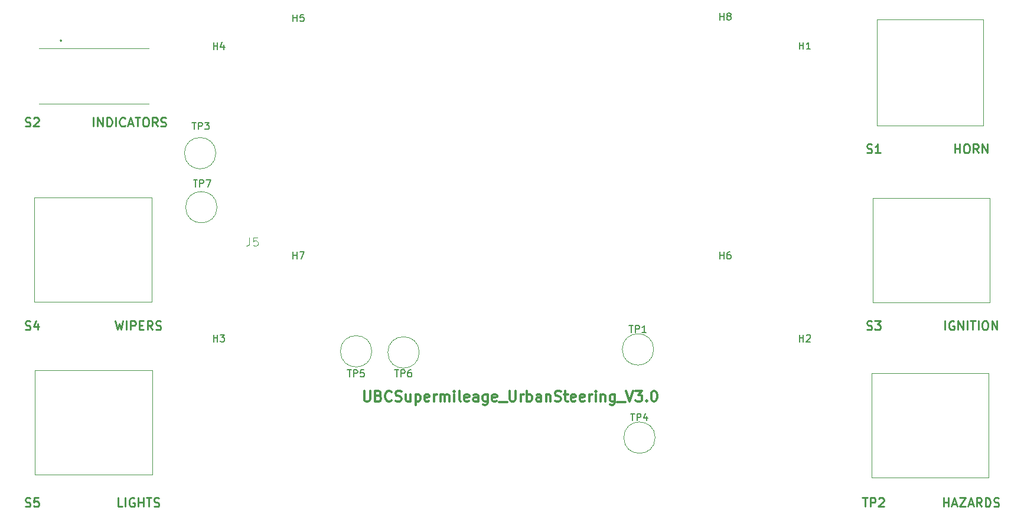
<source format=gto>
G04 #@! TF.GenerationSoftware,KiCad,Pcbnew,(5.1.9-0-10_14)*
G04 #@! TF.CreationDate,2021-01-20T12:56:53-08:00*
G04 #@! TF.ProjectId,UrbanSteering,55726261-6e53-4746-9565-72696e672e6b,rev?*
G04 #@! TF.SameCoordinates,Original*
G04 #@! TF.FileFunction,Legend,Top*
G04 #@! TF.FilePolarity,Positive*
%FSLAX46Y46*%
G04 Gerber Fmt 4.6, Leading zero omitted, Abs format (unit mm)*
G04 Created by KiCad (PCBNEW (5.1.9-0-10_14)) date 2021-01-20 12:56:53*
%MOMM*%
%LPD*%
G01*
G04 APERTURE LIST*
%ADD10C,0.300000*%
%ADD11C,0.120000*%
%ADD12C,0.100000*%
%ADD13C,0.200000*%
%ADD14C,0.254000*%
%ADD15C,0.150000*%
%ADD16C,0.096520*%
G04 APERTURE END LIST*
D10*
X132705714Y-113478571D02*
X132705714Y-114692857D01*
X132777142Y-114835714D01*
X132848571Y-114907142D01*
X132991428Y-114978571D01*
X133277142Y-114978571D01*
X133420000Y-114907142D01*
X133491428Y-114835714D01*
X133562857Y-114692857D01*
X133562857Y-113478571D01*
X134777142Y-114192857D02*
X134991428Y-114264285D01*
X135062857Y-114335714D01*
X135134285Y-114478571D01*
X135134285Y-114692857D01*
X135062857Y-114835714D01*
X134991428Y-114907142D01*
X134848571Y-114978571D01*
X134277142Y-114978571D01*
X134277142Y-113478571D01*
X134777142Y-113478571D01*
X134920000Y-113550000D01*
X134991428Y-113621428D01*
X135062857Y-113764285D01*
X135062857Y-113907142D01*
X134991428Y-114050000D01*
X134920000Y-114121428D01*
X134777142Y-114192857D01*
X134277142Y-114192857D01*
X136634285Y-114835714D02*
X136562857Y-114907142D01*
X136348571Y-114978571D01*
X136205714Y-114978571D01*
X135991428Y-114907142D01*
X135848571Y-114764285D01*
X135777142Y-114621428D01*
X135705714Y-114335714D01*
X135705714Y-114121428D01*
X135777142Y-113835714D01*
X135848571Y-113692857D01*
X135991428Y-113550000D01*
X136205714Y-113478571D01*
X136348571Y-113478571D01*
X136562857Y-113550000D01*
X136634285Y-113621428D01*
X137205714Y-114907142D02*
X137420000Y-114978571D01*
X137777142Y-114978571D01*
X137920000Y-114907142D01*
X137991428Y-114835714D01*
X138062857Y-114692857D01*
X138062857Y-114550000D01*
X137991428Y-114407142D01*
X137920000Y-114335714D01*
X137777142Y-114264285D01*
X137491428Y-114192857D01*
X137348571Y-114121428D01*
X137277142Y-114050000D01*
X137205714Y-113907142D01*
X137205714Y-113764285D01*
X137277142Y-113621428D01*
X137348571Y-113550000D01*
X137491428Y-113478571D01*
X137848571Y-113478571D01*
X138062857Y-113550000D01*
X139348571Y-113978571D02*
X139348571Y-114978571D01*
X138705714Y-113978571D02*
X138705714Y-114764285D01*
X138777142Y-114907142D01*
X138920000Y-114978571D01*
X139134285Y-114978571D01*
X139277142Y-114907142D01*
X139348571Y-114835714D01*
X140062857Y-113978571D02*
X140062857Y-115478571D01*
X140062857Y-114050000D02*
X140205714Y-113978571D01*
X140491428Y-113978571D01*
X140634285Y-114050000D01*
X140705714Y-114121428D01*
X140777142Y-114264285D01*
X140777142Y-114692857D01*
X140705714Y-114835714D01*
X140634285Y-114907142D01*
X140491428Y-114978571D01*
X140205714Y-114978571D01*
X140062857Y-114907142D01*
X141991428Y-114907142D02*
X141848571Y-114978571D01*
X141562857Y-114978571D01*
X141420000Y-114907142D01*
X141348571Y-114764285D01*
X141348571Y-114192857D01*
X141420000Y-114050000D01*
X141562857Y-113978571D01*
X141848571Y-113978571D01*
X141991428Y-114050000D01*
X142062857Y-114192857D01*
X142062857Y-114335714D01*
X141348571Y-114478571D01*
X142705714Y-114978571D02*
X142705714Y-113978571D01*
X142705714Y-114264285D02*
X142777142Y-114121428D01*
X142848571Y-114050000D01*
X142991428Y-113978571D01*
X143134285Y-113978571D01*
X143634285Y-114978571D02*
X143634285Y-113978571D01*
X143634285Y-114121428D02*
X143705714Y-114050000D01*
X143848571Y-113978571D01*
X144062857Y-113978571D01*
X144205714Y-114050000D01*
X144277142Y-114192857D01*
X144277142Y-114978571D01*
X144277142Y-114192857D02*
X144348571Y-114050000D01*
X144491428Y-113978571D01*
X144705714Y-113978571D01*
X144848571Y-114050000D01*
X144920000Y-114192857D01*
X144920000Y-114978571D01*
X145634285Y-114978571D02*
X145634285Y-113978571D01*
X145634285Y-113478571D02*
X145562857Y-113550000D01*
X145634285Y-113621428D01*
X145705714Y-113550000D01*
X145634285Y-113478571D01*
X145634285Y-113621428D01*
X146562857Y-114978571D02*
X146420000Y-114907142D01*
X146348571Y-114764285D01*
X146348571Y-113478571D01*
X147705714Y-114907142D02*
X147562857Y-114978571D01*
X147277142Y-114978571D01*
X147134285Y-114907142D01*
X147062857Y-114764285D01*
X147062857Y-114192857D01*
X147134285Y-114050000D01*
X147277142Y-113978571D01*
X147562857Y-113978571D01*
X147705714Y-114050000D01*
X147777142Y-114192857D01*
X147777142Y-114335714D01*
X147062857Y-114478571D01*
X149062857Y-114978571D02*
X149062857Y-114192857D01*
X148991428Y-114050000D01*
X148848571Y-113978571D01*
X148562857Y-113978571D01*
X148420000Y-114050000D01*
X149062857Y-114907142D02*
X148920000Y-114978571D01*
X148562857Y-114978571D01*
X148420000Y-114907142D01*
X148348571Y-114764285D01*
X148348571Y-114621428D01*
X148420000Y-114478571D01*
X148562857Y-114407142D01*
X148920000Y-114407142D01*
X149062857Y-114335714D01*
X150420000Y-113978571D02*
X150420000Y-115192857D01*
X150348571Y-115335714D01*
X150277142Y-115407142D01*
X150134285Y-115478571D01*
X149920000Y-115478571D01*
X149777142Y-115407142D01*
X150420000Y-114907142D02*
X150277142Y-114978571D01*
X149991428Y-114978571D01*
X149848571Y-114907142D01*
X149777142Y-114835714D01*
X149705714Y-114692857D01*
X149705714Y-114264285D01*
X149777142Y-114121428D01*
X149848571Y-114050000D01*
X149991428Y-113978571D01*
X150277142Y-113978571D01*
X150420000Y-114050000D01*
X151705714Y-114907142D02*
X151562857Y-114978571D01*
X151277142Y-114978571D01*
X151134285Y-114907142D01*
X151062857Y-114764285D01*
X151062857Y-114192857D01*
X151134285Y-114050000D01*
X151277142Y-113978571D01*
X151562857Y-113978571D01*
X151705714Y-114050000D01*
X151777142Y-114192857D01*
X151777142Y-114335714D01*
X151062857Y-114478571D01*
X152062857Y-115121428D02*
X153205714Y-115121428D01*
X153562857Y-113478571D02*
X153562857Y-114692857D01*
X153634285Y-114835714D01*
X153705714Y-114907142D01*
X153848571Y-114978571D01*
X154134285Y-114978571D01*
X154277142Y-114907142D01*
X154348571Y-114835714D01*
X154420000Y-114692857D01*
X154420000Y-113478571D01*
X155134285Y-114978571D02*
X155134285Y-113978571D01*
X155134285Y-114264285D02*
X155205714Y-114121428D01*
X155277142Y-114050000D01*
X155420000Y-113978571D01*
X155562857Y-113978571D01*
X156062857Y-114978571D02*
X156062857Y-113478571D01*
X156062857Y-114050000D02*
X156205714Y-113978571D01*
X156491428Y-113978571D01*
X156634285Y-114050000D01*
X156705714Y-114121428D01*
X156777142Y-114264285D01*
X156777142Y-114692857D01*
X156705714Y-114835714D01*
X156634285Y-114907142D01*
X156491428Y-114978571D01*
X156205714Y-114978571D01*
X156062857Y-114907142D01*
X158062857Y-114978571D02*
X158062857Y-114192857D01*
X157991428Y-114050000D01*
X157848571Y-113978571D01*
X157562857Y-113978571D01*
X157420000Y-114050000D01*
X158062857Y-114907142D02*
X157920000Y-114978571D01*
X157562857Y-114978571D01*
X157420000Y-114907142D01*
X157348571Y-114764285D01*
X157348571Y-114621428D01*
X157420000Y-114478571D01*
X157562857Y-114407142D01*
X157920000Y-114407142D01*
X158062857Y-114335714D01*
X158777142Y-113978571D02*
X158777142Y-114978571D01*
X158777142Y-114121428D02*
X158848571Y-114050000D01*
X158991428Y-113978571D01*
X159205714Y-113978571D01*
X159348571Y-114050000D01*
X159420000Y-114192857D01*
X159420000Y-114978571D01*
X160062857Y-114907142D02*
X160277142Y-114978571D01*
X160634285Y-114978571D01*
X160777142Y-114907142D01*
X160848571Y-114835714D01*
X160920000Y-114692857D01*
X160920000Y-114550000D01*
X160848571Y-114407142D01*
X160777142Y-114335714D01*
X160634285Y-114264285D01*
X160348571Y-114192857D01*
X160205714Y-114121428D01*
X160134285Y-114050000D01*
X160062857Y-113907142D01*
X160062857Y-113764285D01*
X160134285Y-113621428D01*
X160205714Y-113550000D01*
X160348571Y-113478571D01*
X160705714Y-113478571D01*
X160920000Y-113550000D01*
X161348571Y-113978571D02*
X161920000Y-113978571D01*
X161562857Y-113478571D02*
X161562857Y-114764285D01*
X161634285Y-114907142D01*
X161777142Y-114978571D01*
X161920000Y-114978571D01*
X162991428Y-114907142D02*
X162848571Y-114978571D01*
X162562857Y-114978571D01*
X162420000Y-114907142D01*
X162348571Y-114764285D01*
X162348571Y-114192857D01*
X162420000Y-114050000D01*
X162562857Y-113978571D01*
X162848571Y-113978571D01*
X162991428Y-114050000D01*
X163062857Y-114192857D01*
X163062857Y-114335714D01*
X162348571Y-114478571D01*
X164277142Y-114907142D02*
X164134285Y-114978571D01*
X163848571Y-114978571D01*
X163705714Y-114907142D01*
X163634285Y-114764285D01*
X163634285Y-114192857D01*
X163705714Y-114050000D01*
X163848571Y-113978571D01*
X164134285Y-113978571D01*
X164277142Y-114050000D01*
X164348571Y-114192857D01*
X164348571Y-114335714D01*
X163634285Y-114478571D01*
X164991428Y-114978571D02*
X164991428Y-113978571D01*
X164991428Y-114264285D02*
X165062857Y-114121428D01*
X165134285Y-114050000D01*
X165277142Y-113978571D01*
X165420000Y-113978571D01*
X165920000Y-114978571D02*
X165920000Y-113978571D01*
X165920000Y-113478571D02*
X165848571Y-113550000D01*
X165920000Y-113621428D01*
X165991428Y-113550000D01*
X165920000Y-113478571D01*
X165920000Y-113621428D01*
X166634285Y-113978571D02*
X166634285Y-114978571D01*
X166634285Y-114121428D02*
X166705714Y-114050000D01*
X166848571Y-113978571D01*
X167062857Y-113978571D01*
X167205714Y-114050000D01*
X167277142Y-114192857D01*
X167277142Y-114978571D01*
X168634285Y-113978571D02*
X168634285Y-115192857D01*
X168562857Y-115335714D01*
X168491428Y-115407142D01*
X168348571Y-115478571D01*
X168134285Y-115478571D01*
X167991428Y-115407142D01*
X168634285Y-114907142D02*
X168491428Y-114978571D01*
X168205714Y-114978571D01*
X168062857Y-114907142D01*
X167991428Y-114835714D01*
X167920000Y-114692857D01*
X167920000Y-114264285D01*
X167991428Y-114121428D01*
X168062857Y-114050000D01*
X168205714Y-113978571D01*
X168491428Y-113978571D01*
X168634285Y-114050000D01*
X168991428Y-115121428D02*
X170134285Y-115121428D01*
X170277142Y-113478571D02*
X170777142Y-114978571D01*
X171277142Y-113478571D01*
X171634285Y-113478571D02*
X172562857Y-113478571D01*
X172062857Y-114050000D01*
X172277142Y-114050000D01*
X172420000Y-114121428D01*
X172491428Y-114192857D01*
X172562857Y-114335714D01*
X172562857Y-114692857D01*
X172491428Y-114835714D01*
X172420000Y-114907142D01*
X172277142Y-114978571D01*
X171848571Y-114978571D01*
X171705714Y-114907142D01*
X171634285Y-114835714D01*
X173205714Y-114835714D02*
X173277142Y-114907142D01*
X173205714Y-114978571D01*
X173134285Y-114907142D01*
X173205714Y-114835714D01*
X173205714Y-114978571D01*
X174205714Y-113478571D02*
X174348571Y-113478571D01*
X174491428Y-113550000D01*
X174562857Y-113621428D01*
X174634285Y-113764285D01*
X174705714Y-114050000D01*
X174705714Y-114407142D01*
X174634285Y-114692857D01*
X174562857Y-114835714D01*
X174491428Y-114907142D01*
X174348571Y-114978571D01*
X174205714Y-114978571D01*
X174062857Y-114907142D01*
X173991428Y-114835714D01*
X173920000Y-114692857D01*
X173848571Y-114407142D01*
X173848571Y-114050000D01*
X173920000Y-113764285D01*
X173991428Y-113621428D01*
X174062857Y-113550000D01*
X174205714Y-113478571D01*
D11*
X206189580Y-60152280D02*
X206189580Y-75392280D01*
X206189580Y-75392280D02*
X221429580Y-75392280D01*
X221429580Y-75392280D02*
X221429580Y-60152280D01*
X221429580Y-60152280D02*
X206189580Y-60152280D01*
X205445360Y-110940820D02*
X205445360Y-125940820D01*
X205445360Y-125940820D02*
X222245360Y-125940820D01*
X222245360Y-125940820D02*
X222245360Y-110940820D01*
X222245360Y-110940820D02*
X205445360Y-110940820D01*
X102306120Y-125502700D02*
X102306120Y-110502700D01*
X102306120Y-110502700D02*
X85506120Y-110502700D01*
X85506120Y-110502700D02*
X85506120Y-125502700D01*
X85506120Y-125502700D02*
X102306120Y-125502700D01*
X102229920Y-100666580D02*
X102229920Y-85666580D01*
X102229920Y-85666580D02*
X85429920Y-85666580D01*
X85429920Y-85666580D02*
X85429920Y-100666580D01*
X85429920Y-100666580D02*
X102229920Y-100666580D01*
X205595220Y-85751640D02*
X205595220Y-100751640D01*
X205595220Y-100751640D02*
X222395220Y-100751640D01*
X222395220Y-100751640D02*
X222395220Y-85751640D01*
X222395220Y-85751640D02*
X205595220Y-85751640D01*
X111442060Y-79344520D02*
G75*
G03*
X111442060Y-79344520I-2250000J0D01*
G01*
X111607160Y-87101680D02*
G75*
G03*
X111607160Y-87101680I-2250000J0D01*
G01*
X133806760Y-107792520D02*
G75*
G03*
X133806760Y-107792520I-2250000J0D01*
G01*
X140601260Y-107955080D02*
G75*
G03*
X140601260Y-107955080I-2250000J0D01*
G01*
X174428980Y-120192800D02*
G75*
G03*
X174428980Y-120192800I-2250000J0D01*
G01*
X174214000Y-107524000D02*
G75*
G03*
X174214000Y-107524000I-2250000J0D01*
G01*
D12*
X101853060Y-64249800D02*
X86053060Y-64249800D01*
X101853060Y-72249800D02*
X86053060Y-72249800D01*
D13*
X89253060Y-63249800D02*
X89253060Y-63249800D01*
X89253060Y-63049800D02*
X89253060Y-63049800D01*
X89253060Y-63249800D02*
G75*
G02*
X89253060Y-63049800I0J100000D01*
G01*
X89253060Y-63049800D02*
G75*
G02*
X89253060Y-63249800I0J-100000D01*
G01*
D14*
X204772380Y-79254047D02*
X204953809Y-79314523D01*
X205256190Y-79314523D01*
X205377142Y-79254047D01*
X205437619Y-79193571D01*
X205498095Y-79072619D01*
X205498095Y-78951666D01*
X205437619Y-78830714D01*
X205377142Y-78770238D01*
X205256190Y-78709761D01*
X205014285Y-78649285D01*
X204893333Y-78588809D01*
X204832857Y-78528333D01*
X204772380Y-78407380D01*
X204772380Y-78286428D01*
X204832857Y-78165476D01*
X204893333Y-78105000D01*
X205014285Y-78044523D01*
X205316666Y-78044523D01*
X205498095Y-78105000D01*
X206707619Y-79314523D02*
X205981904Y-79314523D01*
X206344761Y-79314523D02*
X206344761Y-78044523D01*
X206223809Y-78225952D01*
X206102857Y-78346904D01*
X205981904Y-78407380D01*
X217381666Y-79314523D02*
X217381666Y-78044523D01*
X217381666Y-78649285D02*
X218107380Y-78649285D01*
X218107380Y-79314523D02*
X218107380Y-78044523D01*
X218954047Y-78044523D02*
X219195952Y-78044523D01*
X219316904Y-78105000D01*
X219437857Y-78225952D01*
X219498333Y-78467857D01*
X219498333Y-78891190D01*
X219437857Y-79133095D01*
X219316904Y-79254047D01*
X219195952Y-79314523D01*
X218954047Y-79314523D01*
X218833095Y-79254047D01*
X218712142Y-79133095D01*
X218651666Y-78891190D01*
X218651666Y-78467857D01*
X218712142Y-78225952D01*
X218833095Y-78105000D01*
X218954047Y-78044523D01*
X220768333Y-79314523D02*
X220345000Y-78709761D01*
X220042619Y-79314523D02*
X220042619Y-78044523D01*
X220526428Y-78044523D01*
X220647380Y-78105000D01*
X220707857Y-78165476D01*
X220768333Y-78286428D01*
X220768333Y-78467857D01*
X220707857Y-78588809D01*
X220647380Y-78649285D01*
X220526428Y-78709761D01*
X220042619Y-78709761D01*
X221312619Y-79314523D02*
X221312619Y-78044523D01*
X222038333Y-79314523D01*
X222038333Y-78044523D01*
X204137380Y-128844523D02*
X204863095Y-128844523D01*
X204500238Y-130114523D02*
X204500238Y-128844523D01*
X205286428Y-130114523D02*
X205286428Y-128844523D01*
X205770238Y-128844523D01*
X205891190Y-128905000D01*
X205951666Y-128965476D01*
X206012142Y-129086428D01*
X206012142Y-129267857D01*
X205951666Y-129388809D01*
X205891190Y-129449285D01*
X205770238Y-129509761D01*
X205286428Y-129509761D01*
X206495952Y-128965476D02*
X206556428Y-128905000D01*
X206677380Y-128844523D01*
X206979761Y-128844523D01*
X207100714Y-128905000D01*
X207161190Y-128965476D01*
X207221666Y-129086428D01*
X207221666Y-129207380D01*
X207161190Y-129388809D01*
X206435476Y-130114523D01*
X207221666Y-130114523D01*
X215779047Y-130114523D02*
X215779047Y-128844523D01*
X215779047Y-129449285D02*
X216504761Y-129449285D01*
X216504761Y-130114523D02*
X216504761Y-128844523D01*
X217049047Y-129751666D02*
X217653809Y-129751666D01*
X216928095Y-130114523D02*
X217351428Y-128844523D01*
X217774761Y-130114523D01*
X218077142Y-128844523D02*
X218923809Y-128844523D01*
X218077142Y-130114523D01*
X218923809Y-130114523D01*
X219347142Y-129751666D02*
X219951904Y-129751666D01*
X219226190Y-130114523D02*
X219649523Y-128844523D01*
X220072857Y-130114523D01*
X221221904Y-130114523D02*
X220798571Y-129509761D01*
X220496190Y-130114523D02*
X220496190Y-128844523D01*
X220980000Y-128844523D01*
X221100952Y-128905000D01*
X221161428Y-128965476D01*
X221221904Y-129086428D01*
X221221904Y-129267857D01*
X221161428Y-129388809D01*
X221100952Y-129449285D01*
X220980000Y-129509761D01*
X220496190Y-129509761D01*
X221766190Y-130114523D02*
X221766190Y-128844523D01*
X222068571Y-128844523D01*
X222250000Y-128905000D01*
X222370952Y-129025952D01*
X222431428Y-129146904D01*
X222491904Y-129388809D01*
X222491904Y-129570238D01*
X222431428Y-129812142D01*
X222370952Y-129933095D01*
X222250000Y-130054047D01*
X222068571Y-130114523D01*
X221766190Y-130114523D01*
X222975714Y-130054047D02*
X223157142Y-130114523D01*
X223459523Y-130114523D01*
X223580476Y-130054047D01*
X223640952Y-129993571D01*
X223701428Y-129872619D01*
X223701428Y-129751666D01*
X223640952Y-129630714D01*
X223580476Y-129570238D01*
X223459523Y-129509761D01*
X223217619Y-129449285D01*
X223096666Y-129388809D01*
X223036190Y-129328333D01*
X222975714Y-129207380D01*
X222975714Y-129086428D01*
X223036190Y-128965476D01*
X223096666Y-128905000D01*
X223217619Y-128844523D01*
X223520000Y-128844523D01*
X223701428Y-128905000D01*
X84122380Y-130054047D02*
X84303809Y-130114523D01*
X84606190Y-130114523D01*
X84727142Y-130054047D01*
X84787619Y-129993571D01*
X84848095Y-129872619D01*
X84848095Y-129751666D01*
X84787619Y-129630714D01*
X84727142Y-129570238D01*
X84606190Y-129509761D01*
X84364285Y-129449285D01*
X84243333Y-129388809D01*
X84182857Y-129328333D01*
X84122380Y-129207380D01*
X84122380Y-129086428D01*
X84182857Y-128965476D01*
X84243333Y-128905000D01*
X84364285Y-128844523D01*
X84666666Y-128844523D01*
X84848095Y-128905000D01*
X85997142Y-128844523D02*
X85392380Y-128844523D01*
X85331904Y-129449285D01*
X85392380Y-129388809D01*
X85513333Y-129328333D01*
X85815714Y-129328333D01*
X85936666Y-129388809D01*
X85997142Y-129449285D01*
X86057619Y-129570238D01*
X86057619Y-129872619D01*
X85997142Y-129993571D01*
X85936666Y-130054047D01*
X85815714Y-130114523D01*
X85513333Y-130114523D01*
X85392380Y-130054047D01*
X85331904Y-129993571D01*
X98031904Y-130114523D02*
X97427142Y-130114523D01*
X97427142Y-128844523D01*
X98455238Y-130114523D02*
X98455238Y-128844523D01*
X99725238Y-128905000D02*
X99604285Y-128844523D01*
X99422857Y-128844523D01*
X99241428Y-128905000D01*
X99120476Y-129025952D01*
X99060000Y-129146904D01*
X98999523Y-129388809D01*
X98999523Y-129570238D01*
X99060000Y-129812142D01*
X99120476Y-129933095D01*
X99241428Y-130054047D01*
X99422857Y-130114523D01*
X99543809Y-130114523D01*
X99725238Y-130054047D01*
X99785714Y-129993571D01*
X99785714Y-129570238D01*
X99543809Y-129570238D01*
X100330000Y-130114523D02*
X100330000Y-128844523D01*
X100330000Y-129449285D02*
X101055714Y-129449285D01*
X101055714Y-130114523D02*
X101055714Y-128844523D01*
X101479047Y-128844523D02*
X102204761Y-128844523D01*
X101841904Y-130114523D02*
X101841904Y-128844523D01*
X102567619Y-130054047D02*
X102749047Y-130114523D01*
X103051428Y-130114523D01*
X103172380Y-130054047D01*
X103232857Y-129993571D01*
X103293333Y-129872619D01*
X103293333Y-129751666D01*
X103232857Y-129630714D01*
X103172380Y-129570238D01*
X103051428Y-129509761D01*
X102809523Y-129449285D01*
X102688571Y-129388809D01*
X102628095Y-129328333D01*
X102567619Y-129207380D01*
X102567619Y-129086428D01*
X102628095Y-128965476D01*
X102688571Y-128905000D01*
X102809523Y-128844523D01*
X103111904Y-128844523D01*
X103293333Y-128905000D01*
X84122380Y-104654047D02*
X84303809Y-104714523D01*
X84606190Y-104714523D01*
X84727142Y-104654047D01*
X84787619Y-104593571D01*
X84848095Y-104472619D01*
X84848095Y-104351666D01*
X84787619Y-104230714D01*
X84727142Y-104170238D01*
X84606190Y-104109761D01*
X84364285Y-104049285D01*
X84243333Y-103988809D01*
X84182857Y-103928333D01*
X84122380Y-103807380D01*
X84122380Y-103686428D01*
X84182857Y-103565476D01*
X84243333Y-103505000D01*
X84364285Y-103444523D01*
X84666666Y-103444523D01*
X84848095Y-103505000D01*
X85936666Y-103867857D02*
X85936666Y-104714523D01*
X85634285Y-103384047D02*
X85331904Y-104291190D01*
X86118095Y-104291190D01*
X97034047Y-103444523D02*
X97336428Y-104714523D01*
X97578333Y-103807380D01*
X97820238Y-104714523D01*
X98122619Y-103444523D01*
X98606428Y-104714523D02*
X98606428Y-103444523D01*
X99211190Y-104714523D02*
X99211190Y-103444523D01*
X99695000Y-103444523D01*
X99815952Y-103505000D01*
X99876428Y-103565476D01*
X99936904Y-103686428D01*
X99936904Y-103867857D01*
X99876428Y-103988809D01*
X99815952Y-104049285D01*
X99695000Y-104109761D01*
X99211190Y-104109761D01*
X100481190Y-104049285D02*
X100904523Y-104049285D01*
X101085952Y-104714523D02*
X100481190Y-104714523D01*
X100481190Y-103444523D01*
X101085952Y-103444523D01*
X102355952Y-104714523D02*
X101932619Y-104109761D01*
X101630238Y-104714523D02*
X101630238Y-103444523D01*
X102114047Y-103444523D01*
X102235000Y-103505000D01*
X102295476Y-103565476D01*
X102355952Y-103686428D01*
X102355952Y-103867857D01*
X102295476Y-103988809D01*
X102235000Y-104049285D01*
X102114047Y-104109761D01*
X101630238Y-104109761D01*
X102839761Y-104654047D02*
X103021190Y-104714523D01*
X103323571Y-104714523D01*
X103444523Y-104654047D01*
X103505000Y-104593571D01*
X103565476Y-104472619D01*
X103565476Y-104351666D01*
X103505000Y-104230714D01*
X103444523Y-104170238D01*
X103323571Y-104109761D01*
X103081666Y-104049285D01*
X102960714Y-103988809D01*
X102900238Y-103928333D01*
X102839761Y-103807380D01*
X102839761Y-103686428D01*
X102900238Y-103565476D01*
X102960714Y-103505000D01*
X103081666Y-103444523D01*
X103384047Y-103444523D01*
X103565476Y-103505000D01*
X204772380Y-104654047D02*
X204953809Y-104714523D01*
X205256190Y-104714523D01*
X205377142Y-104654047D01*
X205437619Y-104593571D01*
X205498095Y-104472619D01*
X205498095Y-104351666D01*
X205437619Y-104230714D01*
X205377142Y-104170238D01*
X205256190Y-104109761D01*
X205014285Y-104049285D01*
X204893333Y-103988809D01*
X204832857Y-103928333D01*
X204772380Y-103807380D01*
X204772380Y-103686428D01*
X204832857Y-103565476D01*
X204893333Y-103505000D01*
X205014285Y-103444523D01*
X205316666Y-103444523D01*
X205498095Y-103505000D01*
X205921428Y-103444523D02*
X206707619Y-103444523D01*
X206284285Y-103928333D01*
X206465714Y-103928333D01*
X206586666Y-103988809D01*
X206647142Y-104049285D01*
X206707619Y-104170238D01*
X206707619Y-104472619D01*
X206647142Y-104593571D01*
X206586666Y-104654047D01*
X206465714Y-104714523D01*
X206102857Y-104714523D01*
X205981904Y-104654047D01*
X205921428Y-104593571D01*
X215990714Y-104714523D02*
X215990714Y-103444523D01*
X217260714Y-103505000D02*
X217139761Y-103444523D01*
X216958333Y-103444523D01*
X216776904Y-103505000D01*
X216655952Y-103625952D01*
X216595476Y-103746904D01*
X216535000Y-103988809D01*
X216535000Y-104170238D01*
X216595476Y-104412142D01*
X216655952Y-104533095D01*
X216776904Y-104654047D01*
X216958333Y-104714523D01*
X217079285Y-104714523D01*
X217260714Y-104654047D01*
X217321190Y-104593571D01*
X217321190Y-104170238D01*
X217079285Y-104170238D01*
X217865476Y-104714523D02*
X217865476Y-103444523D01*
X218591190Y-104714523D01*
X218591190Y-103444523D01*
X219195952Y-104714523D02*
X219195952Y-103444523D01*
X219619285Y-103444523D02*
X220345000Y-103444523D01*
X219982142Y-104714523D02*
X219982142Y-103444523D01*
X220768333Y-104714523D02*
X220768333Y-103444523D01*
X221615000Y-103444523D02*
X221856904Y-103444523D01*
X221977857Y-103505000D01*
X222098809Y-103625952D01*
X222159285Y-103867857D01*
X222159285Y-104291190D01*
X222098809Y-104533095D01*
X221977857Y-104654047D01*
X221856904Y-104714523D01*
X221615000Y-104714523D01*
X221494047Y-104654047D01*
X221373095Y-104533095D01*
X221312619Y-104291190D01*
X221312619Y-103867857D01*
X221373095Y-103625952D01*
X221494047Y-103505000D01*
X221615000Y-103444523D01*
X222703571Y-104714523D02*
X222703571Y-103444523D01*
X223429285Y-104714523D01*
X223429285Y-103444523D01*
D15*
X108050095Y-74916380D02*
X108621523Y-74916380D01*
X108335809Y-75916380D02*
X108335809Y-74916380D01*
X108954857Y-75916380D02*
X108954857Y-74916380D01*
X109335809Y-74916380D01*
X109431047Y-74964000D01*
X109478666Y-75011619D01*
X109526285Y-75106857D01*
X109526285Y-75249714D01*
X109478666Y-75344952D01*
X109431047Y-75392571D01*
X109335809Y-75440190D01*
X108954857Y-75440190D01*
X109859619Y-74916380D02*
X110478666Y-74916380D01*
X110145333Y-75297333D01*
X110288190Y-75297333D01*
X110383428Y-75344952D01*
X110431047Y-75392571D01*
X110478666Y-75487809D01*
X110478666Y-75725904D01*
X110431047Y-75821142D01*
X110383428Y-75868761D01*
X110288190Y-75916380D01*
X110002476Y-75916380D01*
X109907238Y-75868761D01*
X109859619Y-75821142D01*
X108228095Y-83150380D02*
X108799523Y-83150380D01*
X108513809Y-84150380D02*
X108513809Y-83150380D01*
X109132857Y-84150380D02*
X109132857Y-83150380D01*
X109513809Y-83150380D01*
X109609047Y-83198000D01*
X109656666Y-83245619D01*
X109704285Y-83340857D01*
X109704285Y-83483714D01*
X109656666Y-83578952D01*
X109609047Y-83626571D01*
X109513809Y-83674190D01*
X109132857Y-83674190D01*
X110037619Y-83150380D02*
X110704285Y-83150380D01*
X110275714Y-84150380D01*
X130294855Y-110452380D02*
X130866283Y-110452380D01*
X130580569Y-111452380D02*
X130580569Y-110452380D01*
X131199617Y-111452380D02*
X131199617Y-110452380D01*
X131580569Y-110452380D01*
X131675807Y-110500000D01*
X131723426Y-110547619D01*
X131771045Y-110642857D01*
X131771045Y-110785714D01*
X131723426Y-110880952D01*
X131675807Y-110928571D01*
X131580569Y-110976190D01*
X131199617Y-110976190D01*
X132675807Y-110452380D02*
X132199617Y-110452380D01*
X132151998Y-110928571D01*
X132199617Y-110880952D01*
X132294855Y-110833333D01*
X132532950Y-110833333D01*
X132628188Y-110880952D01*
X132675807Y-110928571D01*
X132723426Y-111023809D01*
X132723426Y-111261904D01*
X132675807Y-111357142D01*
X132628188Y-111404761D01*
X132532950Y-111452380D01*
X132294855Y-111452380D01*
X132199617Y-111404761D01*
X132151998Y-111357142D01*
X137089355Y-110452380D02*
X137660783Y-110452380D01*
X137375069Y-111452380D02*
X137375069Y-110452380D01*
X137994117Y-111452380D02*
X137994117Y-110452380D01*
X138375069Y-110452380D01*
X138470307Y-110500000D01*
X138517926Y-110547619D01*
X138565545Y-110642857D01*
X138565545Y-110785714D01*
X138517926Y-110880952D01*
X138470307Y-110928571D01*
X138375069Y-110976190D01*
X137994117Y-110976190D01*
X139422688Y-110452380D02*
X139232212Y-110452380D01*
X139136974Y-110500000D01*
X139089355Y-110547619D01*
X138994117Y-110690476D01*
X138946498Y-110880952D01*
X138946498Y-111261904D01*
X138994117Y-111357142D01*
X139041736Y-111404761D01*
X139136974Y-111452380D01*
X139327450Y-111452380D01*
X139422688Y-111404761D01*
X139470307Y-111357142D01*
X139517926Y-111261904D01*
X139517926Y-111023809D01*
X139470307Y-110928571D01*
X139422688Y-110880952D01*
X139327450Y-110833333D01*
X139136974Y-110833333D01*
X139041736Y-110880952D01*
X138994117Y-110928571D01*
X138946498Y-111023809D01*
X170917075Y-116747180D02*
X171488503Y-116747180D01*
X171202789Y-117747180D02*
X171202789Y-116747180D01*
X171821837Y-117747180D02*
X171821837Y-116747180D01*
X172202789Y-116747180D01*
X172298027Y-116794800D01*
X172345646Y-116842419D01*
X172393265Y-116937657D01*
X172393265Y-117080514D01*
X172345646Y-117175752D01*
X172298027Y-117223371D01*
X172202789Y-117270990D01*
X171821837Y-117270990D01*
X173250408Y-117080514D02*
X173250408Y-117747180D01*
X173012313Y-116699561D02*
X172774218Y-117413847D01*
X173393265Y-117413847D01*
D16*
X116264714Y-91446047D02*
X116264714Y-92307833D01*
X116207261Y-92480190D01*
X116092357Y-92595095D01*
X115919999Y-92652547D01*
X115805095Y-92652547D01*
X117413761Y-91446047D02*
X116839238Y-91446047D01*
X116781785Y-92020571D01*
X116839238Y-91963119D01*
X116954142Y-91905666D01*
X117241404Y-91905666D01*
X117356309Y-91963119D01*
X117413761Y-92020571D01*
X117471214Y-92135476D01*
X117471214Y-92422738D01*
X117413761Y-92537642D01*
X117356309Y-92595095D01*
X117241404Y-92652547D01*
X116954142Y-92652547D01*
X116839238Y-92595095D01*
X116781785Y-92537642D01*
D15*
X195112735Y-64403120D02*
X195112735Y-63403120D01*
X195112735Y-63879311D02*
X195684163Y-63879311D01*
X195684163Y-64403120D02*
X195684163Y-63403120D01*
X196684163Y-64403120D02*
X196112735Y-64403120D01*
X196398449Y-64403120D02*
X196398449Y-63403120D01*
X196303211Y-63545978D01*
X196207973Y-63641216D01*
X196112735Y-63688835D01*
X195115275Y-106422340D02*
X195115275Y-105422340D01*
X195115275Y-105898531D02*
X195686703Y-105898531D01*
X195686703Y-106422340D02*
X195686703Y-105422340D01*
X196115275Y-105517579D02*
X196162894Y-105469960D01*
X196258132Y-105422340D01*
X196496227Y-105422340D01*
X196591465Y-105469960D01*
X196639084Y-105517579D01*
X196686703Y-105612817D01*
X196686703Y-105708055D01*
X196639084Y-105850912D01*
X196067656Y-106422340D01*
X196686703Y-106422340D01*
X111117475Y-106414720D02*
X111117475Y-105414720D01*
X111117475Y-105890911D02*
X111688903Y-105890911D01*
X111688903Y-106414720D02*
X111688903Y-105414720D01*
X112069856Y-105414720D02*
X112688903Y-105414720D01*
X112355570Y-105795673D01*
X112498427Y-105795673D01*
X112593665Y-105843292D01*
X112641284Y-105890911D01*
X112688903Y-105986149D01*
X112688903Y-106224244D01*
X112641284Y-106319482D01*
X112593665Y-106367101D01*
X112498427Y-106414720D01*
X112212713Y-106414720D01*
X112117475Y-106367101D01*
X112069856Y-106319482D01*
X111117475Y-64431060D02*
X111117475Y-63431060D01*
X111117475Y-63907251D02*
X111688903Y-63907251D01*
X111688903Y-64431060D02*
X111688903Y-63431060D01*
X112593665Y-63764394D02*
X112593665Y-64431060D01*
X112355570Y-63383441D02*
X112117475Y-64097727D01*
X112736522Y-64097727D01*
X122516995Y-60422940D02*
X122516995Y-59422940D01*
X122516995Y-59899131D02*
X123088423Y-59899131D01*
X123088423Y-60422940D02*
X123088423Y-59422940D01*
X124040804Y-59422940D02*
X123564614Y-59422940D01*
X123516995Y-59899131D01*
X123564614Y-59851512D01*
X123659852Y-59803893D01*
X123897947Y-59803893D01*
X123993185Y-59851512D01*
X124040804Y-59899131D01*
X124088423Y-59994369D01*
X124088423Y-60232464D01*
X124040804Y-60327702D01*
X123993185Y-60375321D01*
X123897947Y-60422940D01*
X123659852Y-60422940D01*
X123564614Y-60375321D01*
X123516995Y-60327702D01*
X183708135Y-94524980D02*
X183708135Y-93524980D01*
X183708135Y-94001171D02*
X184279563Y-94001171D01*
X184279563Y-94524980D02*
X184279563Y-93524980D01*
X185184325Y-93524980D02*
X184993849Y-93524980D01*
X184898611Y-93572600D01*
X184850992Y-93620219D01*
X184755754Y-93763076D01*
X184708135Y-93953552D01*
X184708135Y-94334504D01*
X184755754Y-94429742D01*
X184803373Y-94477361D01*
X184898611Y-94524980D01*
X185089087Y-94524980D01*
X185184325Y-94477361D01*
X185231944Y-94429742D01*
X185279563Y-94334504D01*
X185279563Y-94096409D01*
X185231944Y-94001171D01*
X185184325Y-93953552D01*
X185089087Y-93905933D01*
X184898611Y-93905933D01*
X184803373Y-93953552D01*
X184755754Y-94001171D01*
X184708135Y-94096409D01*
X122524615Y-94524980D02*
X122524615Y-93524980D01*
X122524615Y-94001171D02*
X123096043Y-94001171D01*
X123096043Y-94524980D02*
X123096043Y-93524980D01*
X123476996Y-93524980D02*
X124143662Y-93524980D01*
X123715091Y-94524980D01*
X183708135Y-60201960D02*
X183708135Y-59201960D01*
X183708135Y-59678151D02*
X184279563Y-59678151D01*
X184279563Y-60201960D02*
X184279563Y-59201960D01*
X184898611Y-59630532D02*
X184803373Y-59582913D01*
X184755754Y-59535294D01*
X184708135Y-59440056D01*
X184708135Y-59392437D01*
X184755754Y-59297199D01*
X184803373Y-59249580D01*
X184898611Y-59201960D01*
X185089087Y-59201960D01*
X185184325Y-59249580D01*
X185231944Y-59297199D01*
X185279563Y-59392437D01*
X185279563Y-59440056D01*
X185231944Y-59535294D01*
X185184325Y-59582913D01*
X185089087Y-59630532D01*
X184898611Y-59630532D01*
X184803373Y-59678151D01*
X184755754Y-59725770D01*
X184708135Y-59821008D01*
X184708135Y-60011484D01*
X184755754Y-60106722D01*
X184803373Y-60154341D01*
X184898611Y-60201960D01*
X185089087Y-60201960D01*
X185184325Y-60154341D01*
X185231944Y-60106722D01*
X185279563Y-60011484D01*
X185279563Y-59821008D01*
X185231944Y-59725770D01*
X185184325Y-59678151D01*
X185089087Y-59630532D01*
X170702095Y-104078380D02*
X171273523Y-104078380D01*
X170987809Y-105078380D02*
X170987809Y-104078380D01*
X171606857Y-105078380D02*
X171606857Y-104078380D01*
X171987809Y-104078380D01*
X172083047Y-104126000D01*
X172130666Y-104173619D01*
X172178285Y-104268857D01*
X172178285Y-104411714D01*
X172130666Y-104506952D01*
X172083047Y-104554571D01*
X171987809Y-104602190D01*
X171606857Y-104602190D01*
X173130666Y-105078380D02*
X172559238Y-105078380D01*
X172844952Y-105078380D02*
X172844952Y-104078380D01*
X172749714Y-104221238D01*
X172654476Y-104316476D01*
X172559238Y-104364095D01*
D14*
X84122380Y-75444047D02*
X84303809Y-75504523D01*
X84606190Y-75504523D01*
X84727142Y-75444047D01*
X84787619Y-75383571D01*
X84848095Y-75262619D01*
X84848095Y-75141666D01*
X84787619Y-75020714D01*
X84727142Y-74960238D01*
X84606190Y-74899761D01*
X84364285Y-74839285D01*
X84243333Y-74778809D01*
X84182857Y-74718333D01*
X84122380Y-74597380D01*
X84122380Y-74476428D01*
X84182857Y-74355476D01*
X84243333Y-74295000D01*
X84364285Y-74234523D01*
X84666666Y-74234523D01*
X84848095Y-74295000D01*
X85331904Y-74355476D02*
X85392380Y-74295000D01*
X85513333Y-74234523D01*
X85815714Y-74234523D01*
X85936666Y-74295000D01*
X85997142Y-74355476D01*
X86057619Y-74476428D01*
X86057619Y-74597380D01*
X85997142Y-74778809D01*
X85271428Y-75504523D01*
X86057619Y-75504523D01*
X93889285Y-75504523D02*
X93889285Y-74234523D01*
X94494047Y-75504523D02*
X94494047Y-74234523D01*
X95219761Y-75504523D01*
X95219761Y-74234523D01*
X95824523Y-75504523D02*
X95824523Y-74234523D01*
X96126904Y-74234523D01*
X96308333Y-74295000D01*
X96429285Y-74415952D01*
X96489761Y-74536904D01*
X96550238Y-74778809D01*
X96550238Y-74960238D01*
X96489761Y-75202142D01*
X96429285Y-75323095D01*
X96308333Y-75444047D01*
X96126904Y-75504523D01*
X95824523Y-75504523D01*
X97094523Y-75504523D02*
X97094523Y-74234523D01*
X98425000Y-75383571D02*
X98364523Y-75444047D01*
X98183095Y-75504523D01*
X98062142Y-75504523D01*
X97880714Y-75444047D01*
X97759761Y-75323095D01*
X97699285Y-75202142D01*
X97638809Y-74960238D01*
X97638809Y-74778809D01*
X97699285Y-74536904D01*
X97759761Y-74415952D01*
X97880714Y-74295000D01*
X98062142Y-74234523D01*
X98183095Y-74234523D01*
X98364523Y-74295000D01*
X98425000Y-74355476D01*
X98908809Y-75141666D02*
X99513571Y-75141666D01*
X98787857Y-75504523D02*
X99211190Y-74234523D01*
X99634523Y-75504523D01*
X99876428Y-74234523D02*
X100602142Y-74234523D01*
X100239285Y-75504523D02*
X100239285Y-74234523D01*
X101267380Y-74234523D02*
X101509285Y-74234523D01*
X101630238Y-74295000D01*
X101751190Y-74415952D01*
X101811666Y-74657857D01*
X101811666Y-75081190D01*
X101751190Y-75323095D01*
X101630238Y-75444047D01*
X101509285Y-75504523D01*
X101267380Y-75504523D01*
X101146428Y-75444047D01*
X101025476Y-75323095D01*
X100965000Y-75081190D01*
X100965000Y-74657857D01*
X101025476Y-74415952D01*
X101146428Y-74295000D01*
X101267380Y-74234523D01*
X103081666Y-75504523D02*
X102658333Y-74899761D01*
X102355952Y-75504523D02*
X102355952Y-74234523D01*
X102839761Y-74234523D01*
X102960714Y-74295000D01*
X103021190Y-74355476D01*
X103081666Y-74476428D01*
X103081666Y-74657857D01*
X103021190Y-74778809D01*
X102960714Y-74839285D01*
X102839761Y-74899761D01*
X102355952Y-74899761D01*
X103565476Y-75444047D02*
X103746904Y-75504523D01*
X104049285Y-75504523D01*
X104170238Y-75444047D01*
X104230714Y-75383571D01*
X104291190Y-75262619D01*
X104291190Y-75141666D01*
X104230714Y-75020714D01*
X104170238Y-74960238D01*
X104049285Y-74899761D01*
X103807380Y-74839285D01*
X103686428Y-74778809D01*
X103625952Y-74718333D01*
X103565476Y-74597380D01*
X103565476Y-74476428D01*
X103625952Y-74355476D01*
X103686428Y-74295000D01*
X103807380Y-74234523D01*
X104109761Y-74234523D01*
X104291190Y-74295000D01*
M02*

</source>
